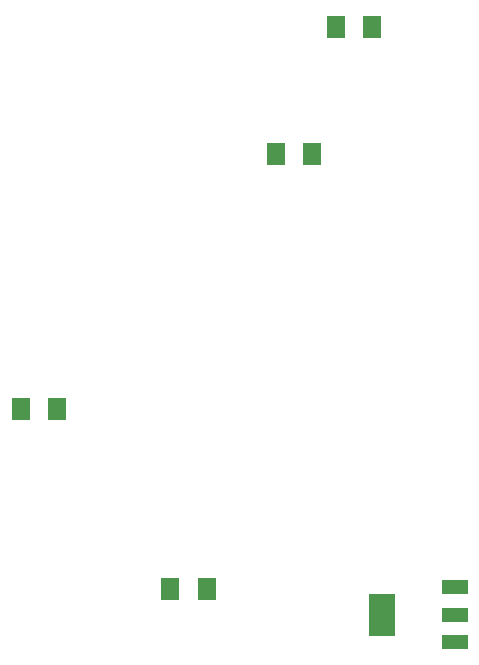
<source format=gbp>
G04 MADE WITH FRITZING*
G04 WWW.FRITZING.ORG*
G04 DOUBLE SIDED*
G04 HOLES PLATED*
G04 CONTOUR ON CENTER OF CONTOUR VECTOR*
%ASAXBY*%
%FSLAX23Y23*%
%MOIN*%
%OFA0B0*%
%SFA1.0B1.0*%
%ADD10R,0.062992X0.074803*%
%ADD11R,0.088000X0.048000*%
%ADD12R,0.086614X0.141732*%
%LNPASTEMASK0*%
G90*
G70*
G54D10*
X1584Y2274D03*
X1706Y2274D03*
X1384Y1849D03*
X1506Y1849D03*
G54D11*
X1981Y406D03*
X1981Y315D03*
X1981Y224D03*
G54D12*
X1737Y315D03*
G54D10*
X534Y999D03*
X656Y999D03*
X1153Y399D03*
X1031Y399D03*
G04 End of PasteMask0*
M02*
</source>
